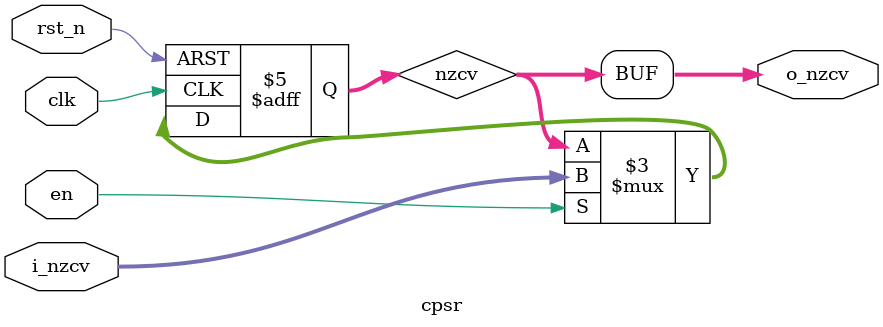
<source format=v>
module cpsr (
    input clk,
    input rst_n,
    input en,

    input [3:0]         i_nzcv,
    output [3:0]        o_nzcv
);
    reg [3:0] nzcv;
    always @(posedge clk or negedge rst_n) begin
        if (!rst_n) begin
            nzcv <= 4'b0000;
        end
        else if (en) begin
            nzcv <= i_nzcv;
        end
    end
    assign o_nzcv = nzcv;
endmodule
</source>
